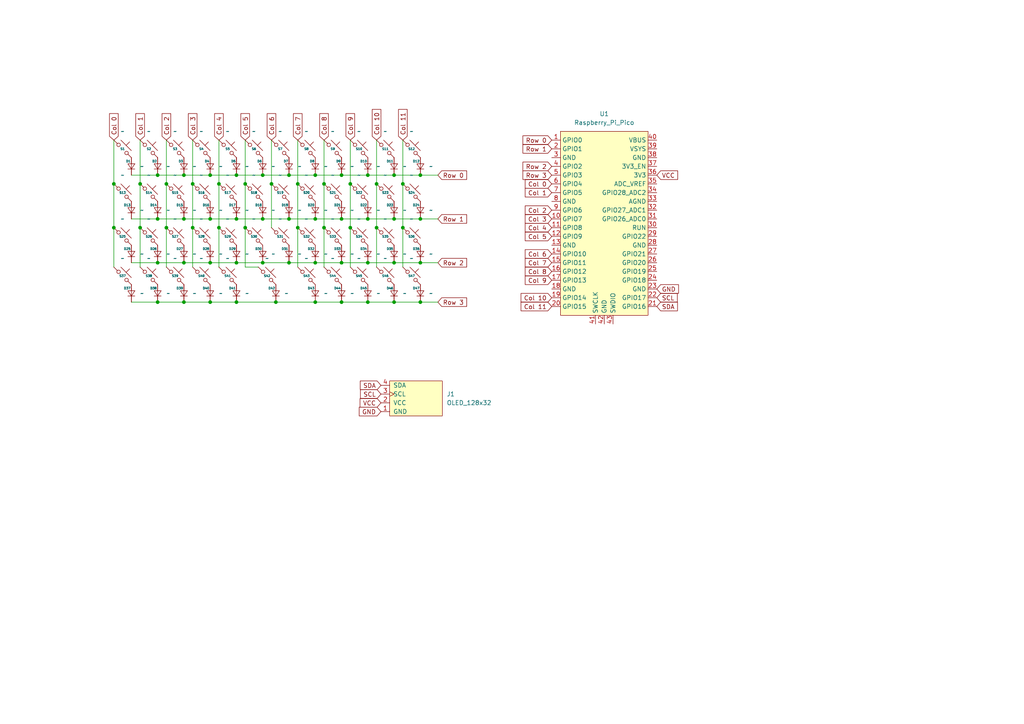
<source format=kicad_sch>
(kicad_sch (version 20250114) (generator "eeschema") (generator_version "9.0")
  (paper "A4")
  (lib_symbols
    (symbol "ScottoKeebs:MCU_Raspberry_Pi_Pico"
      (property "Reference" "U" (at 0 0 0))
      (property "Value" "Raspberry_Pi_Pico" (at 0 27.94 0))
      (symbol "MCU_Raspberry_Pi_Pico_0_1"
        (rectangle (start -12.7 26.67) (end 12.7 -26.67) (fill (type background)))
      )
      (symbol "MCU_Raspberry_Pi_Pico_1_1"
        (pin bidirectional line (at -15.24 24.13 0) (length 2.54) (name "GPIO0") (number "1"))
        (pin bidirectional line (at -15.24 21.59 0) (length 2.54) (name "GPIO1") (number "2"))
        (pin power_in line (at -15.24 19.05 0) (length 2.54) (name "GND") (number "3"))
        (pin bidirectional line (at -15.24 16.51 0) (length 2.54) (name "GPIO2") (number "4"))
        (pin bidirectional line (at -15.24 13.97 0) (length 2.54) (name "GPIO3") (number "5"))
        (pin bidirectional line (at -15.24 11.43 0) (length 2.54) (name "GPIO4") (number "6"))
        (pin bidirectional line (at -15.24 8.89 0) (length 2.54) (name "GPIO5") (number "7"))
        (pin power_in line (at -15.24 6.35 0) (length 2.54) (name "GND") (number "8"))
        (pin bidirectional line (at -15.24 3.81 0) (length 2.54) (name "GPIO6") (number "9"))
        (pin bidirectional line (at -15.24 1.27 0) (length 2.54) (name "GPIO7") (number "10"))
        (pin bidirectional line (at -15.24 -1.27 0) (length 2.54) (name "GPIO8") (number "11"))
        (pin bidirectional line (at -15.24 -3.81 0) (length 2.54) (name "GPIO9") (number "12"))
        (pin power_in line (at -15.24 -6.35 0) (length 2.54) (name "GND") (number "13"))
        (pin bidirectional line (at -15.24 -8.89 0) (length 2.54) (name "GPIO10") (number "14"))
        (pin bidirectional line (at -15.24 -11.43 0) (length 2.54) (name "GPIO11") (number "15"))
        (pin bidirectional line (at -15.24 -13.97 0) (length 2.54) (name "GPIO12") (number "16"))
        (pin bidirectional line (at -15.24 -16.51 0) (length 2.54) (name "GPIO13") (number "17"))
        (pin power_in line (at -15.24 -19.05 0) (length 2.54) (name "GND") (number "18"))
        (pin bidirectional line (at -15.24 -21.59 0) (length 2.54) (name "GPIO14") (number "19"))
        (pin bidirectional line (at -15.24 -24.13 0) (length 2.54) (name "GPIO15") (number "20"))
        (pin input line (at -2.54 -29.21 90) (length 2.54) (name "SWCLK") (number "41"))
        (pin power_in line (at 0 -29.21 90) (length 2.54) (name "GND") (number "42"))
        (pin bidirectional line (at 2.54 -29.21 90) (length 2.54) (name "SWDIO") (number "43"))
        (pin power_in line (at 15.24 24.13 180) (length 2.54) (name "VBUS") (number "40"))
        (pin power_in line (at 15.24 21.59 180) (length 2.54) (name "VSYS") (number "39"))
        (pin bidirectional line (at 15.24 19.05 180) (length 2.54) (name "GND") (number "38"))
        (pin input line (at 15.24 16.51 180) (length 2.54) (name "3V3_EN") (number "37"))
        (pin power_in line (at 15.24 13.97 180) (length 2.54) (name "3V3") (number "36"))
        (pin power_in line (at 15.24 11.43 180) (length 2.54) (name "ADC_VREF") (number "35"))
        (pin bidirectional line (at 15.24 8.89 180) (length 2.54) (name "GPIO28_ADC2") (number "34"))
        (pin power_in line (at 15.24 6.35 180) (length 2.54) (name "AGND") (number "33"))
        (pin bidirectional line (at 15.24 3.81 180) (length 2.54) (name "GPIO27_ADC1") (number "32"))
        (pin bidirectional line (at 15.24 1.27 180) (length 2.54) (name "GPIO26_ADC0") (number "31"))
        (pin input line (at 15.24 -1.27 180) (length 2.54) (name "RUN") (number "30"))
        (pin bidirectional line (at 15.24 -3.81 180) (length 2.54) (name "GPIO22") (number "29"))
        (pin power_in line (at 15.24 -6.35 180) (length 2.54) (name "GND") (number "28"))
        (pin bidirectional line (at 15.24 -8.89 180) (length 2.54) (name "GPIO21") (number "27"))
        (pin bidirectional line (at 15.24 -11.43 180) (length 2.54) (name "GPIO20") (number "26"))
        (pin bidirectional line (at 15.24 -13.97 180) (length 2.54) (name "GPIO19") (number "25"))
        (pin bidirectional line (at 15.24 -16.51 180) (length 2.54) (name "GPIO18") (number "24"))
        (pin power_in line (at 15.24 -19.05 180) (length 2.54) (name "GND") (number "23"))
        (pin bidirectional line (at 15.24 -21.59 180) (length 2.54) (name "GPIO17") (number "22"))
        (pin bidirectional line (at 15.24 -24.13 180) (length 2.54) (name "GPIO16") (number "21"))
      )
    )
    (symbol "ScottoKeebs:OLED_128x32" (pin_names (offset 1.016))
      (property "Reference" "J" (at 0 -6.35 0))
      (property "Value" "OLED_128x32" (at 0 6.35 0))
      (symbol "OLED_128x32_0_1"
        (rectangle (start 0 5.08) (end 15.24 -5.08) (fill (type background)))
      )
      (symbol "OLED_128x32_1_1"
        (pin bidirectional line (at -2.54 3.81 0) (length 2.54) (name "SDA") (number "4"))
        (pin input clock (at -2.54 1.27 0) (length 2.54) (name "SCL") (number "3"))
        (pin power_in line (at -2.54 -1.27 0) (length 2.54) (name "VCC") (number "2"))
        (pin power_in line (at -2.54 -3.81 0) (length 2.54) (name "GND") (number "1"))
      )
    )
    (symbol "ScottoKeebs:Placeholder_Diode" (pin_numbers (hide yes)) (pin_names (hide yes))
      (property "Reference" "D" (at -0.15 1.066 0))
      (symbol "Placeholder_Diode_0_1"
        (polyline (pts (xy 0 -0.762) (xy 0 0.762)))
      )
      (symbol "Placeholder_Diode_1_1"
        (polyline (pts (xy 1.016 0.762) (xy 0 -0.762) (xy -1.016 0.762) (xy 1.016 0.762)) (stroke (width 0.1524)))
        (polyline (pts (xy 1.016 -0.762) (xy -1.016 -0.762)) (stroke (width 0.1524)))
        (pin passive line (at 0 2.54 270) (length 1.778) (name "A") (number "2"))
        (pin passive line (at 0 -2.54 90) (length 1.778) (name "K") (number "1"))
      )
    )
    (symbol "ScottoKeebs:Placeholder_Keyswitch" (pin_numbers (hide yes)) (pin_names (offset 1.016) (hide yes))
      (property "Reference" "S" (at 0 0 0))
      (symbol "Placeholder_Keyswitch_0_1"
        (polyline (pts (xy -2.54 2.54) (xy -1.524 1.524) (xy -1.524 1.524)))
        (circle (center -1.1684 1.1684) (radius 0.508))
        (polyline (pts (xy -0.508 2.54) (xy 2.54 -0.508)))
        (polyline (pts (xy 1.016 1.016) (xy 2.032 2.032)))
        (circle (center 1.143 -1.1938) (radius 0.508))
        (polyline (pts (xy 1.524 -1.524) (xy 2.54 -2.54) (xy 2.54 -2.54) (xy 2.54 -2.54)))
        (pin passive line (at -2.54 2.54 0) (length 0) (name "1") (number "1"))
        (pin passive line (at 2.54 -2.54 180) (length 0) (name "2") (number "2"))
      )
    )
  )
  (junction (at 114.3 50.8))
  (junction (at 48.26 53.34))
  (junction (at 63.5 53.34))
  (junction (at 114.3 63.5))
  (junction (at 45.72 87.63))
  (junction (at 106.68 50.8))
  (junction (at 78.74 53.34))
  (junction (at 68.58 50.8))
  (junction (at 45.72 63.5))
  (junction (at 114.3 87.63))
  (junction (at 53.34 87.63))
  (junction (at 121.92 50.8))
  (junction (at 53.34 76.2))
  (junction (at 53.34 63.5))
  (junction (at 99.06 50.8))
  (junction (at 93.98 66.04))
  (junction (at 48.26 66.04))
  (junction (at 55.88 66.04))
  (junction (at 121.92 87.63))
  (junction (at 109.22 66.04))
  (junction (at 91.44 87.63))
  (junction (at 101.6 66.04))
  (junction (at 106.68 87.63))
  (junction (at 101.6 53.34))
  (junction (at 53.34 50.8))
  (junction (at 40.64 53.34))
  (junction (at 91.44 63.5))
  (junction (at 106.68 63.5))
  (junction (at 33.02 66.04))
  (junction (at 76.2 76.2))
  (junction (at 63.5 66.04))
  (junction (at 91.44 50.8))
  (junction (at 83.82 50.8))
  (junction (at 99.06 87.63))
  (junction (at 71.12 53.34))
  (junction (at 93.98 53.34))
  (junction (at 68.58 63.5))
  (junction (at 80.01 87.63))
  (junction (at 76.2 50.8))
  (junction (at 109.22 53.34))
  (junction (at 121.92 63.5))
  (junction (at 40.64 66.04))
  (junction (at 83.82 63.5))
  (junction (at 86.36 53.34))
  (junction (at 106.68 76.2))
  (junction (at 76.2 63.5))
  (junction (at 71.12 66.04))
  (junction (at 45.72 50.8))
  (junction (at 68.58 87.63))
  (junction (at 45.72 76.2))
  (junction (at 86.36 66.04))
  (junction (at 60.96 63.5))
  (junction (at 99.06 63.5))
  (junction (at 55.88 53.34))
  (junction (at 60.96 87.63))
  (junction (at 83.82 76.2))
  (junction (at 60.96 76.2))
  (junction (at 33.02 53.34))
  (junction (at 114.3 76.2))
  (junction (at 91.44 76.2))
  (junction (at 60.96 50.8))
  (junction (at 116.84 66.04))
  (junction (at 68.58 76.2))
  (junction (at 116.84 53.34))
  (junction (at 121.92 76.2))
  (junction (at 99.06 76.2))
  (wire (pts (xy 78.74 53.34) (xy 78.74 66.04)))
  (wire (pts (xy 99.06 76.2) (xy 106.68 76.2)))
  (wire (pts (xy 114.3 87.63) (xy 121.92 87.63)))
  (wire (pts (xy 86.36 53.34) (xy 86.36 66.04)))
  (wire (pts (xy 106.68 63.5) (xy 114.3 63.5)))
  (wire (pts (xy 86.36 40.64) (xy 86.36 53.34)))
  (wire (pts (xy 53.34 50.8) (xy 60.96 50.8)))
  (wire (pts (xy 93.98 66.04) (xy 93.98 77.47)))
  (wire (pts (xy 93.98 53.34) (xy 93.98 66.04)))
  (wire (pts (xy 53.34 87.63) (xy 60.96 87.63)))
  (wire (pts (xy 127 63.5) (xy 121.92 63.5)))
  (wire (pts (xy 71.12 53.34) (xy 71.12 66.04)))
  (wire (pts (xy 86.36 66.04) (xy 86.36 77.47)))
  (wire (pts (xy 106.68 76.2) (xy 114.3 76.2)))
  (wire (pts (xy 55.88 53.34) (xy 55.88 66.04)))
  (wire (pts (xy 63.5 66.04) (xy 63.5 77.47)))
  (wire (pts (xy 127 87.63) (xy 121.92 87.63)))
  (wire (pts (xy 76.2 63.5) (xy 83.82 63.5)))
  (wire (pts (xy 45.72 76.2) (xy 53.34 76.2)))
  (wire (pts (xy 71.12 40.64) (xy 71.12 53.34)))
  (wire (pts (xy 40.64 66.04) (xy 40.64 77.47)))
  (wire (pts (xy 48.26 53.34) (xy 48.26 66.04)))
  (wire (pts (xy 80.01 87.63) (xy 91.44 87.63)))
  (wire (pts (xy 91.44 63.5) (xy 99.06 63.5)))
  (wire (pts (xy 45.72 50.8) (xy 53.34 50.8)))
  (wire (pts (xy 109.22 66.04) (xy 109.22 77.47)))
  (wire (pts (xy 116.84 66.04) (xy 116.84 77.47)))
  (wire (pts (xy 68.58 63.5) (xy 76.2 63.5)))
  (wire (pts (xy 55.88 66.04) (xy 55.88 77.47)))
  (wire (pts (xy 53.34 76.2) (xy 60.96 76.2)))
  (wire (pts (xy 91.44 87.63) (xy 99.06 87.63)))
  (wire (pts (xy 106.68 87.63) (xy 114.3 87.63)))
  (wire (pts (xy 60.96 63.5) (xy 68.58 63.5)))
  (wire (pts (xy 33.02 40.64) (xy 33.02 53.34)))
  (wire (pts (xy 33.02 66.04) (xy 33.02 77.47)))
  (wire (pts (xy 78.74 40.64) (xy 78.74 53.34)))
  (wire (pts (xy 114.3 50.8) (xy 121.92 50.8)))
  (wire (pts (xy 116.84 53.34) (xy 116.84 66.04)))
  (wire (pts (xy 99.06 63.5) (xy 106.68 63.5)))
  (wire (pts (xy 48.26 66.04) (xy 48.26 77.47)))
  (wire (pts (xy 101.6 40.64) (xy 101.6 53.34)))
  (wire (pts (xy 40.64 40.64) (xy 40.64 53.34)))
  (wire (pts (xy 40.64 53.34) (xy 40.64 66.04)))
  (wire (pts (xy 116.84 40.64) (xy 116.84 53.34)))
  (wire (pts (xy 121.92 76.2) (xy 127 76.2)))
  (wire (pts (xy 38.1 87.63) (xy 45.72 87.63)))
  (wire (pts (xy 55.88 40.64) (xy 55.88 53.34)))
  (wire (pts (xy 38.1 63.5) (xy 45.72 63.5)))
  (wire (pts (xy 68.58 50.8) (xy 76.2 50.8)))
  (wire (pts (xy 91.44 76.2) (xy 99.06 76.2)))
  (wire (pts (xy 63.5 53.34) (xy 63.5 66.04)))
  (wire (pts (xy 83.82 63.5) (xy 91.44 63.5)))
  (wire (pts (xy 83.82 76.2) (xy 91.44 76.2)))
  (wire (pts (xy 60.96 50.8) (xy 68.58 50.8)))
  (wire (pts (xy 68.58 76.2) (xy 76.2 76.2)))
  (wire (pts (xy 45.72 87.63) (xy 53.34 87.63)))
  (wire (pts (xy 114.3 63.5) (xy 121.92 63.5)))
  (wire (pts (xy 38.1 76.2) (xy 45.72 76.2)))
  (wire (pts (xy 71.12 66.04) (xy 71.12 77.47)))
  (wire (pts (xy 91.44 50.8) (xy 99.06 50.8)))
  (wire (pts (xy 45.72 63.5) (xy 53.34 63.5)))
  (wire (pts (xy 68.58 87.63) (xy 80.01 87.63)))
  (wire (pts (xy 71.12 77.47) (xy 74.93 77.47)))
  (wire (pts (xy 114.3 76.2) (xy 121.92 76.2)))
  (wire (pts (xy 60.96 87.63) (xy 68.58 87.63)))
  (wire (pts (xy 76.2 50.8) (xy 83.82 50.8)))
  (wire (pts (xy 109.22 40.64) (xy 109.22 53.34)))
  (wire (pts (xy 38.1 50.8) (xy 45.72 50.8)))
  (wire (pts (xy 63.5 40.64) (xy 63.5 53.34)))
  (wire (pts (xy 83.82 50.8) (xy 91.44 50.8)))
  (wire (pts (xy 93.98 40.64) (xy 93.98 53.34)))
  (wire (pts (xy 99.06 50.8) (xy 106.68 50.8)))
  (wire (pts (xy 53.34 63.5) (xy 60.96 63.5)))
  (wire (pts (xy 60.96 76.2) (xy 68.58 76.2)))
  (wire (pts (xy 101.6 66.04) (xy 101.6 77.47)))
  (wire (pts (xy 48.26 40.64) (xy 48.26 53.34)))
  (wire (pts (xy 101.6 53.34) (xy 101.6 66.04)))
  (wire (pts (xy 76.2 76.2) (xy 83.82 76.2)))
  (wire (pts (xy 33.02 53.34) (xy 33.02 66.04)))
  (wire (pts (xy 99.06 87.63) (xy 106.68 87.63)))
  (wire (pts (xy 106.68 50.8) (xy 114.3 50.8)))
  (wire (pts (xy 121.92 50.8) (xy 127 50.8)))
  (wire (pts (xy 109.22 53.34) (xy 109.22 66.04)))
  (global_label "Row 2" (shape input) (at 160.02 48.26 180) (property "Intersheetrefs" "${INTERSHEET_REFS}" (effects (hide yes))))
  (global_label "Col 8" (shape input) (at 93.98 40.64 90) (property "Intersheetrefs" "${INTERSHEET_REFS}" (effects (hide yes))))
  (global_label "Row 2" (shape input) (at 127 76.2 0) (property "Intersheetrefs" "${INTERSHEET_REFS}" (effects (hide yes))))
  (global_label "Col 0" (shape input) (at 160.02 53.34 180) (property "Intersheetrefs" "${INTERSHEET_REFS}" (effects (hide yes))))
  (global_label "Col 4" (shape input) (at 160.02 66.04 180) (property "Intersheetrefs" "${INTERSHEET_REFS}" (effects (hide yes))))
  (global_label "Col 9" (shape input) (at 160.02 81.28 180) (property "Intersheetrefs" "${INTERSHEET_REFS}" (effects (hide yes))))
  (global_label "SDA" (shape input) (at 110.49 111.76 180) (property "Intersheetrefs" "${INTERSHEET_REFS}" (effects (hide yes))))
  (global_label "SCL" (shape input) (at 110.49 114.3 180) (property "Intersheetrefs" "${INTERSHEET_REFS}" (effects (hide yes))))
  (global_label "Col 3" (shape input) (at 55.88 40.64 90) (property "Intersheetrefs" "${INTERSHEET_REFS}" (effects (hide yes))))
  (global_label "Col 8" (shape input) (at 160.02 78.74 180) (property "Intersheetrefs" "${INTERSHEET_REFS}" (effects (hide yes))))
  (global_label "Row 3" (shape input) (at 160.02 50.8 180) (property "Intersheetrefs" "${INTERSHEET_REFS}" (effects (hide yes))))
  (global_label "Row 0" (shape input) (at 127 50.8 0) (property "Intersheetrefs" "${INTERSHEET_REFS}" (effects (hide yes))))
  (global_label "Col 2" (shape input) (at 48.26 40.64 90) (property "Intersheetrefs" "${INTERSHEET_REFS}" (effects (hide yes))))
  (global_label "Col 10" (shape input) (at 109.22 40.64 90) (property "Intersheetrefs" "${INTERSHEET_REFS}" (effects (hide yes))))
  (global_label "VCC" (shape input) (at 110.49 116.84 180) (property "Intersheetrefs" "${INTERSHEET_REFS}" (effects (hide yes))))
  (global_label "Row 3" (shape input) (at 127 87.63 0) (property "Intersheetrefs" "${INTERSHEET_REFS}" (effects (hide yes))))
  (global_label "Row 1" (shape input) (at 127 63.5 0) (property "Intersheetrefs" "${INTERSHEET_REFS}" (effects (hide yes))))
  (global_label "SCL" (shape input) (at 190.5 86.36 0) (property "Intersheetrefs" "${INTERSHEET_REFS}" (effects (hide yes))))
  (global_label "Col 10" (shape input) (at 160.02 86.36 180) (property "Intersheetrefs" "${INTERSHEET_REFS}" (effects (hide yes))))
  (global_label "Col 2" (shape input) (at 160.02 60.96 180) (property "Intersheetrefs" "${INTERSHEET_REFS}" (effects (hide yes))))
  (global_label "GND" (shape input) (at 190.5 83.82 0) (property "Intersheetrefs" "${INTERSHEET_REFS}" (effects (hide yes))))
  (global_label "GND" (shape input) (at 110.49 119.38 180) (property "Intersheetrefs" "${INTERSHEET_REFS}" (effects (hide yes))))
  (global_label "Col 6" (shape input) (at 160.02 73.66 180) (property "Intersheetrefs" "${INTERSHEET_REFS}" (effects (hide yes))))
  (global_label "SDA" (shape input) (at 190.5 88.9 0) (property "Intersheetrefs" "${INTERSHEET_REFS}" (effects (hide yes))))
  (global_label "Col 9" (shape input) (at 101.6 40.64 90) (property "Intersheetrefs" "${INTERSHEET_REFS}" (effects (hide yes))))
  (global_label "Col 5" (shape input) (at 160.02 68.58 180) (property "Intersheetrefs" "${INTERSHEET_REFS}" (effects (hide yes))))
  (global_label "Col 11" (shape input) (at 116.84 40.64 90) (property "Intersheetrefs" "${INTERSHEET_REFS}" (effects (hide yes))))
  (global_label "Col 1" (shape input) (at 40.64 40.64 90) (property "Intersheetrefs" "${INTERSHEET_REFS}" (effects (hide yes))))
  (global_label "Col 7" (shape input) (at 86.36 40.64 90) (property "Intersheetrefs" "${INTERSHEET_REFS}" (effects (hide yes))))
  (global_label "Col 0" (shape input) (at 33.02 40.64 90) (property "Intersheetrefs" "${INTERSHEET_REFS}" (effects (hide yes))))
  (global_label "Row 1" (shape input) (at 160.02 43.18 180) (property "Intersheetrefs" "${INTERSHEET_REFS}" (effects (hide yes))))
  (global_label "Col 4" (shape input) (at 63.5 40.64 90) (property "Intersheetrefs" "${INTERSHEET_REFS}" (effects (hide yes))))
  (global_label "Row 0" (shape input) (at 160.02 40.64 180) (property "Intersheetrefs" "${INTERSHEET_REFS}" (effects (hide yes))))
  (global_label "Col 1" (shape input) (at 160.02 55.88 180) (property "Intersheetrefs" "${INTERSHEET_REFS}" (effects (hide yes))))
  (global_label "Col 11" (shape input) (at 160.02 88.9 180) (property "Intersheetrefs" "${INTERSHEET_REFS}" (effects (hide yes))))
  (global_label "Col 3" (shape input) (at 160.02 63.5 180) (property "Intersheetrefs" "${INTERSHEET_REFS}" (effects (hide yes))))
  (global_label "VCC" (shape input) (at 190.5 50.8 0) (property "Intersheetrefs" "${INTERSHEET_REFS}" (effects (hide yes))))
  (global_label "Col 6" (shape input) (at 78.74 40.64 90) (property "Intersheetrefs" "${INTERSHEET_REFS}" (effects (hide yes))))
  (global_label "Col 7" (shape input) (at 160.02 76.2 180) (property "Intersheetrefs" "${INTERSHEET_REFS}" (effects (hide yes))))
  (global_label "Col 5" (shape input) (at 71.12 40.64 90) (property "Intersheetrefs" "${INTERSHEET_REFS}" (effects (hide yes))))
  (symbol (lib_id "ScottoKeebs:Placeholder_Keyswitch") (at 35.56 55.88 0) (unit 1)
    (property "Reference" "S13" (at 35.56 55.88 0) (effects (font (size 0.635 0.635) (thickness 0.127) (bold yes))))
    (property "Value" "~" (at 35.56 50.8 0))
    (property "Footprint" "ScottoKeebs_MX:MX_PCB_1.00u" (effects (hide yes)))
  )
  (symbol (lib_id "ScottoKeebs:Placeholder_Diode") (at 83.82 73.66 0) (unit 1)
    (property "Reference" "D31" (at 83.67 72.594 0) (effects (font (size 0.635 0.635) (thickness 0.127) (bold yes)) (justify right bottom)))
    (property "Value" "~" (at 86.36 73.6599 0) (effects (justify left)))
    (property "Footprint" "ScottoKeebs_Components:Diode_SOD-123" (effects (hide yes)))
    (property "LCSC" "C2128" (effects (hide yes)))
  )
  (symbol (lib_id "ScottoKeebs:Placeholder_Keyswitch") (at 58.42 80.01 0) (unit 1)
    (property "Reference" "S40" (at 58.42 80.01 0) (effects (font (size 0.635 0.635) (thickness 0.127) (bold yes))))
    (property "Value" "~" (at 58.42 74.93 0))
    (property "Footprint" "ScottoKeebs_MX:MX_PCB_1.00u" (effects (hide yes)))
  )
  (symbol (lib_id "ScottoKeebs:Placeholder_Keyswitch") (at 104.14 68.58 0) (unit 1)
    (property "Reference" "S34" (at 104.14 68.58 0) (effects (font (size 0.635 0.635) (thickness 0.127) (bold yes))))
    (property "Value" "~" (at 104.14 63.5 0))
    (property "Footprint" "ScottoKeebs_MX:MX_PCB_1.00u" (effects (hide yes)))
  )
  (symbol (lib_id "ScottoKeebs:Placeholder_Keyswitch") (at 43.18 55.88 0) (unit 1)
    (property "Reference" "S14" (at 43.18 55.88 0) (effects (font (size 0.635 0.635) (thickness 0.127) (bold yes))))
    (property "Value" "~" (at 43.18 50.8 0))
    (property "Footprint" "ScottoKeebs_MX:MX_PCB_1.00u" (effects (hide yes)))
  )
  (symbol (lib_id "ScottoKeebs:Placeholder_Keyswitch") (at 96.52 55.88 0) (unit 1)
    (property "Reference" "S21" (at 96.52 55.88 0) (effects (font (size 0.635 0.635) (thickness 0.127) (bold yes))))
    (property "Value" "~" (at 96.52 50.8 0))
    (property "Footprint" "ScottoKeebs_MX:MX_PCB_1.00u" (effects (hide yes)))
  )
  (symbol (lib_id "ScottoKeebs:Placeholder_Diode") (at 60.96 60.96 0) (unit 1)
    (property "Reference" "D16" (at 60.81 59.894 0) (effects (font (size 0.635 0.635) (thickness 0.127) (bold yes)) (justify right bottom)))
    (property "Value" "~" (at 63.5 60.9599 0) (effects (justify left)))
    (property "Footprint" "ScottoKeebs_Components:Diode_SOD-123" (effects (hide yes)))
    (property "LCSC" "C2128" (effects (hide yes)))
  )
  (symbol (lib_id "ScottoKeebs:Placeholder_Diode") (at 68.58 60.96 0) (unit 1)
    (property "Reference" "D17" (at 68.43 59.894 0) (effects (font (size 0.635 0.635) (thickness 0.127) (bold yes)) (justify right bottom)))
    (property "Value" "~" (at 71.12 60.9599 0) (effects (justify left)))
    (property "Footprint" "ScottoKeebs_Components:Diode_SOD-123" (effects (hide yes)))
    (property "LCSC" "C2128" (effects (hide yes)))
  )
  (symbol (lib_id "ScottoKeebs:Placeholder_Diode") (at 121.92 60.96 0) (unit 1)
    (property "Reference" "D24" (at 121.77 59.894 0) (effects (font (size 0.635 0.635) (thickness 0.127) (bold yes)) (justify right bottom)))
    (property "Value" "~" (at 124.46 60.9599 0) (effects (justify left)))
    (property "Footprint" "ScottoKeebs_Components:Diode_SOD-123" (effects (hide yes)))
    (property "LCSC" "C2128" (effects (hide yes)))
  )
  (symbol (lib_id "ScottoKeebs:Placeholder_Keyswitch") (at 66.04 68.58 0) (unit 1)
    (property "Reference" "S29" (at 66.04 68.58 0) (effects (font (size 0.635 0.635) (thickness 0.127) (bold yes))))
    (property "Value" "~" (at 66.04 63.5 0))
    (property "Footprint" "ScottoKeebs_MX:MX_PCB_1.00u" (effects (hide yes)))
  )
  (symbol (lib_id "ScottoKeebs:Placeholder_Diode") (at 83.82 48.26 0) (unit 1)
    (property "Reference" "D7" (at 83.67 47.194 0) (effects (font (size 0.635 0.635) (thickness 0.127) (bold yes)) (justify right bottom)))
    (property "Value" "~" (at 86.36 48.2599 0) (effects (justify left)))
    (property "Footprint" "ScottoKeebs_Components:Diode_SOD-123" (effects (hide yes)))
    (property "LCSC" "C2128" (effects (hide yes)))
  )
  (symbol (lib_id "ScottoKeebs:Placeholder_Keyswitch") (at 73.66 68.58 0) (unit 1)
    (property "Reference" "S30" (at 73.66 68.58 0) (effects (font (size 0.635 0.635) (thickness 0.127) (bold yes))))
    (property "Value" "~" (at 73.66 63.5 0))
    (property "Footprint" "ScottoKeebs_MX:MX_PCB_1.00u" (effects (hide yes)))
  )
  (symbol (lib_id "ScottoKeebs:Placeholder_Diode") (at 38.1 60.96 0) (unit 1)
    (property "Reference" "D13" (at 37.95 59.894 0) (effects (font (size 0.635 0.635) (thickness 0.127) (bold yes)) (justify right bottom)))
    (property "Value" "~" (at 40.64 60.9599 0) (effects (justify left)))
    (property "Footprint" "ScottoKeebs_Components:Diode_SOD-123" (effects (hide yes)))
    (property "LCSC" "C2128" (effects (hide yes)))
  )
  (symbol (lib_id "ScottoKeebs:Placeholder_Keyswitch") (at 104.14 43.18 0) (unit 1)
    (property "Reference" "S10" (at 104.14 43.18 0) (effects (font (size 0.635 0.635) (thickness 0.127) (bold yes))))
    (property "Value" "~" (at 104.14 38.1 0))
    (property "Footprint" "ScottoKeebs_MX:MX_PCB_1.00u" (effects (hide yes)))
  )
  (symbol (lib_id "ScottoKeebs:Placeholder_Diode") (at 114.3 60.96 0) (unit 1)
    (property "Reference" "D23" (at 114.15 59.894 0) (effects (font (size 0.635 0.635) (thickness 0.127) (bold yes)) (justify right bottom)))
    (property "Value" "~" (at 116.84 60.9599 0) (effects (justify left)))
    (property "Footprint" "ScottoKeebs_Components:Diode_SOD-123" (effects (hide yes)))
    (property "LCSC" "C2128" (effects (hide yes)))
  )
  (symbol (lib_id "ScottoKeebs:Placeholder_Diode") (at 99.06 48.26 0) (unit 1)
    (property "Reference" "D9" (at 98.91 47.194 0) (effects (font (size 0.635 0.635) (thickness 0.127) (bold yes)) (justify right bottom)))
    (property "Value" "~" (at 101.6 48.2599 0) (effects (justify left)))
    (property "Footprint" "ScottoKeebs_Components:Diode_SOD-123" (effects (hide yes)))
    (property "LCSC" "C2128" (effects (hide yes)))
  )
  (symbol (lib_id "ScottoKeebs:Placeholder_Diode") (at 76.2 48.26 0) (unit 1)
    (property "Reference" "D6" (at 76.05 47.194 0) (effects (font (size 0.635 0.635) (thickness 0.127) (bold yes)) (justify right bottom)))
    (property "Value" "~" (at 78.74 48.2599 0) (effects (justify left)))
    (property "Footprint" "ScottoKeebs_Components:Diode_SOD-123" (effects (hide yes)))
    (property "LCSC" "C2128" (effects (hide yes)))
  )
  (symbol (lib_id "ScottoKeebs:Placeholder_Diode") (at 106.68 73.66 0) (unit 1)
    (property "Reference" "D34" (at 106.53 72.594 0) (effects (font (size 0.635 0.635) (thickness 0.127) (bold yes)) (justify right bottom)))
    (property "Value" "~" (at 109.22 73.6599 0) (effects (justify left)))
    (property "Footprint" "ScottoKeebs_Components:Diode_SOD-123" (effects (hide yes)))
    (property "LCSC" "C2128" (effects (hide yes)))
  )
  (symbol (lib_id "ScottoKeebs:Placeholder_Keyswitch") (at 88.9 68.58 0) (unit 1)
    (property "Reference" "S32" (at 88.9 68.58 0) (effects (font (size 0.635 0.635) (thickness 0.127) (bold yes))))
    (property "Value" "~" (at 88.9 63.5 0))
    (property "Footprint" "ScottoKeebs_MX:MX_PCB_1.00u" (effects (hide yes)))
  )
  (symbol (lib_id "ScottoKeebs:Placeholder_Diode") (at 76.2 60.96 0) (unit 1)
    (property "Reference" "D18" (at 76.05 59.894 0) (effects (font (size 0.635 0.635) (thickness 0.127) (bold yes)) (justify right bottom)))
    (property "Value" "~" (at 78.74 60.9599 0) (effects (justify left)))
    (property "Footprint" "ScottoKeebs_Components:Diode_SOD-123" (effects (hide yes)))
    (property "LCSC" "C2128" (effects (hide yes)))
  )
  (symbol (lib_id "ScottoKeebs:Placeholder_Keyswitch") (at 119.38 80.01 0) (unit 1)
    (property "Reference" "S47" (at 119.38 80.01 0) (effects (font (size 0.635 0.635) (thickness 0.127) (bold yes))))
    (property "Value" "~" (at 119.38 74.93 0))
    (property "Footprint" "ScottoKeebs_MX:MX_PCB_1.00u" (effects (hide yes)))
  )
  (symbol (lib_id "ScottoKeebs:Placeholder_Diode") (at 53.34 48.26 0) (unit 1)
    (property "Reference" "D3" (at 53.19 47.194 0) (effects (font (size 0.635 0.635) (thickness 0.127) (bold yes)) (justify right bottom)))
    (property "Value" "~" (at 55.88 48.2599 0) (effects (justify left)))
    (property "Footprint" "ScottoKeebs_Components:Diode_SOD-123" (effects (hide yes)))
    (property "LCSC" "C2128" (effects (hide yes)))
  )
  (symbol (lib_id "ScottoKeebs:Placeholder_Diode") (at 60.96 73.66 0) (unit 1)
    (property "Reference" "D28" (at 60.81 72.594 0) (effects (font (size 0.635 0.635) (thickness 0.127) (bold yes)) (justify right bottom)))
    (property "Value" "~" (at 63.5 73.6599 0) (effects (justify left)))
    (property "Footprint" "ScottoKeebs_Components:Diode_SOD-123" (effects (hide yes)))
    (property "LCSC" "C2128" (effects (hide yes)))
  )
  (symbol (lib_id "ScottoKeebs:Placeholder_Keyswitch") (at 81.28 55.88 0) (unit 1)
    (property "Reference" "S19" (at 81.28 55.88 0) (effects (font (size 0.635 0.635) (thickness 0.127) (bold yes))))
    (property "Value" "~" (at 81.28 50.8 0))
    (property "Footprint" "ScottoKeebs_MX:MX_PCB_1.00u" (effects (hide yes)))
  )
  (symbol (lib_id "ScottoKeebs:Placeholder_Keyswitch") (at 104.14 55.88 0) (unit 1)
    (property "Reference" "S22" (at 104.14 55.88 0) (effects (font (size 0.635 0.635) (thickness 0.127) (bold yes))))
    (property "Value" "~" (at 104.14 50.8 0))
    (property "Footprint" "ScottoKeebs_MX:MX_PCB_1.00u" (effects (hide yes)))
  )
  (symbol (lib_id "ScottoKeebs:Placeholder_Keyswitch") (at 111.76 68.58 0) (unit 1)
    (property "Reference" "S35" (at 111.76 68.58 0) (effects (font (size 0.635 0.635) (thickness 0.127) (bold yes))))
    (property "Value" "~" (at 111.76 63.5 0))
    (property "Footprint" "ScottoKeebs_MX:MX_PCB_1.00u" (effects (hide yes)))
  )
  (symbol (lib_id "ScottoKeebs:Placeholder_Diode") (at 83.82 60.96 0) (unit 1)
    (property "Reference" "D19" (at 83.67 59.894 0) (effects (font (size 0.635 0.635) (thickness 0.127) (bold yes)) (justify right bottom)))
    (property "Value" "~" (at 86.36 60.9599 0) (effects (justify left)))
    (property "Footprint" "ScottoKeebs_Components:Diode_SOD-123" (effects (hide yes)))
    (property "LCSC" "C2128" (effects (hide yes)))
  )
  (symbol (lib_id "ScottoKeebs:Placeholder_Diode") (at 99.06 85.09 0) (unit 1)
    (property "Reference" "D44" (at 98.91 84.024 0) (effects (font (size 0.635 0.635) (thickness 0.127) (bold yes)) (justify right bottom)))
    (property "Value" "~" (at 101.6 85.0899 0) (effects (justify left)))
    (property "Footprint" "ScottoKeebs_Components:Diode_SOD-123" (effects (hide yes)))
    (property "LCSC" "C2128" (effects (hide yes)))
  )
  (symbol (lib_id "ScottoKeebs:Placeholder_Diode") (at 53.34 85.09 0) (unit 1)
    (property "Reference" "D39" (at 53.19 84.024 0) (effects (font (size 0.635 0.635) (thickness 0.127) (bold yes)) (justify right bottom)))
    (property "Value" "~" (at 55.88 85.0899 0) (effects (justify left)))
    (property "Footprint" "ScottoKeebs_Components:Diode_SOD-123" (effects (hide yes)))
    (property "LCSC" "C2128" (effects (hide yes)))
  )
  (symbol (lib_id "ScottoKeebs:Placeholder_Diode") (at 38.1 48.26 0) (unit 1)
    (property "Reference" "D1" (at 37.95 47.194 0) (effects (font (size 0.635 0.635) (thickness 0.127) (bold yes)) (justify right bottom)))
    (property "Value" "~" (at 40.64 48.2599 0) (effects (justify left)))
    (property "Footprint" "ScottoKeebs_Components:Diode_SOD-123" (effects (hide yes)))
    (property "LCSC" "C2128" (effects (hide yes)))
  )
  (symbol (lib_id "ScottoKeebs:Placeholder_Diode") (at 91.44 60.96 0) (unit 1)
    (property "Reference" "D20" (at 91.29 59.894 0) (effects (font (size 0.635 0.635) (thickness 0.127) (bold yes)) (justify right bottom)))
    (property "Value" "~" (at 93.98 60.9599 0) (effects (justify left)))
    (property "Footprint" "ScottoKeebs_Components:Diode_SOD-123" (effects (hide yes)))
    (property "LCSC" "C2128" (effects (hide yes)))
  )
  (symbol (lib_id "ScottoKeebs:Placeholder_Diode") (at 60.96 85.09 0) (unit 1)
    (property "Reference" "D40" (at 60.81 84.024 0) (effects (font (size 0.635 0.635) (thickness 0.127) (bold yes)) (justify right bottom)))
    (property "Value" "~" (at 63.5 85.0899 0) (effects (justify left)))
    (property "Footprint" "ScottoKeebs_Components:Diode_SOD-123" (effects (hide yes)))
    (property "LCSC" "C2128" (effects (hide yes)))
  )
  (symbol (lib_id "ScottoKeebs:Placeholder_Keyswitch") (at 43.18 43.18 0) (unit 1)
    (property "Reference" "S2" (at 43.18 43.18 0) (effects (font (size 0.635 0.635) (thickness 0.127) (bold yes))))
    (property "Value" "~" (at 43.18 38.1 0))
    (property "Footprint" "ScottoKeebs_MX:MX_PCB_1.00u" (effects (hide yes)))
  )
  (symbol (lib_id "ScottoKeebs:Placeholder_Diode") (at 68.58 48.26 0) (unit 1)
    (property "Reference" "D5" (at 68.43 47.194 0) (effects (font (size 0.635 0.635) (thickness 0.127) (bold yes)) (justify right bottom)))
    (property "Value" "~" (at 71.12 48.2599 0) (effects (justify left)))
    (property "Footprint" "ScottoKeebs_Components:Diode_SOD-123" (effects (hide yes)))
    (property "LCSC" "C2128" (effects (hide yes)))
  )
  (symbol (lib_id "ScottoKeebs:Placeholder_Keyswitch") (at 50.8 80.01 0) (unit 1)
    (property "Reference" "S39" (at 50.8 80.01 0) (effects (font (size 0.635 0.635) (thickness 0.127) (bold yes))))
    (property "Value" "~" (at 50.8 74.93 0))
    (property "Footprint" "ScottoKeebs_MX:MX_PCB_1.00u" (effects (hide yes)))
  )
  (symbol (lib_id "ScottoKeebs:Placeholder_Diode") (at 45.72 48.26 0) (unit 1)
    (property "Reference" "D2" (at 45.57 47.194 0) (effects (font (size 0.635 0.635) (thickness 0.127) (bold yes)) (justify right bottom)))
    (property "Value" "~" (at 48.26 48.2599 0) (effects (justify left)))
    (property "Footprint" "ScottoKeebs_Components:Diode_SOD-123" (effects (hide yes)))
    (property "LCSC" "C2128" (effects (hide yes)))
  )
  (symbol (lib_id "ScottoKeebs:Placeholder_Keyswitch") (at 77.47 80.01 0) (unit 1)
    (property "Reference" "S42" (at 77.47 80.01 0) (effects (font (size 0.635 0.635) (thickness 0.127) (bold yes))))
    (property "Value" "~" (at 77.47 74.93 0))
    (property "Footprint" "ScottoKeebs_MX:MX_PCB_2.00u" (effects (hide yes)))
  )
  (symbol (lib_id "ScottoKeebs:Placeholder_Diode") (at 114.3 73.66 0) (unit 1)
    (property "Reference" "D35" (at 114.15 72.594 0) (effects (font (size 0.635 0.635) (thickness 0.127) (bold yes)) (justify right bottom)))
    (property "Value" "~" (at 116.84 73.6599 0) (effects (justify left)))
    (property "Footprint" "ScottoKeebs_Components:Diode_SOD-123" (effects (hide yes)))
    (property "LCSC" "C2128" (effects (hide yes)))
  )
  (symbol (lib_id "ScottoKeebs:Placeholder_Keyswitch") (at 119.38 55.88 0) (unit 1)
    (property "Reference" "S24" (at 119.38 55.88 0) (effects (font (size 0.635 0.635) (thickness 0.127) (bold yes))))
    (property "Value" "~" (at 119.38 50.8 0))
    (property "Footprint" "ScottoKeebs_MX:MX_PCB_1.00u" (effects (hide yes)))
  )
  (symbol (lib_id "ScottoKeebs:Placeholder_Keyswitch") (at 104.14 80.01 0) (unit 1)
    (property "Reference" "S45" (at 104.14 80.01 0) (effects (font (size 0.635 0.635) (thickness 0.127) (bold yes))))
    (property "Value" "~" (at 104.14 74.93 0))
    (property "Footprint" "ScottoKeebs_MX:MX_PCB_1.00u" (effects (hide yes)))
  )
  (symbol (lib_id "ScottoKeebs:Placeholder_Keyswitch") (at 119.38 43.18 0) (unit 1)
    (property "Reference" "S12" (at 119.38 43.18 0) (effects (font (size 0.635 0.635) (thickness 0.127) (bold yes))))
    (property "Value" "~" (at 119.38 38.1 0))
    (property "Footprint" "ScottoKeebs_MX:MX_PCB_1.00u" (effects (hide yes)))
  )
  (symbol (lib_id "ScottoKeebs:Placeholder_Keyswitch") (at 73.66 55.88 0) (unit 1)
    (property "Reference" "S18" (at 73.66 55.88 0) (effects (font (size 0.635 0.635) (thickness 0.127) (bold yes))))
    (property "Value" "~" (at 73.66 50.8 0))
    (property "Footprint" "ScottoKeebs_MX:MX_PCB_1.00u" (effects (hide yes)))
  )
  (symbol (lib_id "ScottoKeebs:Placeholder_Keyswitch") (at 96.52 68.58 0) (unit 1)
    (property "Reference" "S33" (at 96.52 68.58 0) (effects (font (size 0.635 0.635) (thickness 0.127) (bold yes))))
    (property "Value" "~" (at 96.52 63.5 0))
    (property "Footprint" "ScottoKeebs_MX:MX_PCB_1.00u" (effects (hide yes)))
  )
  (symbol (lib_id "ScottoKeebs:Placeholder_Diode") (at 99.06 73.66 0) (unit 1)
    (property "Reference" "D33" (at 98.91 72.594 0) (effects (font (size 0.635 0.635) (thickness 0.127) (bold yes)) (justify right bottom)))
    (property "Value" "~" (at 101.6 73.6599 0) (effects (justify left)))
    (property "Footprint" "ScottoKeebs_Components:Diode_SOD-123" (effects (hide yes)))
    (property "LCSC" "C2128" (effects (hide yes)))
  )
  (symbol (lib_id "ScottoKeebs:Placeholder_Keyswitch") (at 58.42 55.88 0) (unit 1)
    (property "Reference" "S16" (at 58.42 55.88 0) (effects (font (size 0.635 0.635) (thickness 0.127) (bold yes))))
    (property "Value" "~" (at 58.42 50.8 0))
    (property "Footprint" "ScottoKeebs_MX:MX_PCB_1.00u" (effects (hide yes)))
  )
  (symbol (lib_id "ScottoKeebs:Placeholder_Keyswitch") (at 88.9 80.01 0) (unit 1)
    (property "Reference" "S43" (at 88.9 80.01 0) (effects (font (size 0.635 0.635) (thickness 0.127) (bold yes))))
    (property "Value" "~" (at 88.9 74.93 0))
    (property "Footprint" "ScottoKeebs_MX:MX_PCB_1.00u" (effects (hide yes)))
  )
  (symbol (lib_id "ScottoKeebs:MCU_Raspberry_Pi_Pico") (at 175.26 64.77 0) (unit 1)
    (property "Reference" "U1" (at 175.26 33.02 0))
    (property "Value" "Raspberry_Pi_Pico" (at 175.26 35.56 0))
    (property "Footprint" "ScottoKeebs_MCU:Raspberry_Pi_Pico" (effects (hide yes)))
  )
  (symbol (lib_id "ScottoKeebs:Placeholder_Keyswitch") (at 96.52 43.18 0) (unit 1)
    (property "Reference" "S9" (at 96.52 43.18 0) (effects (font (size 0.635 0.635) (thickness 0.127) (bold yes))))
    (property "Value" "~" (at 96.52 38.1 0))
    (property "Footprint" "ScottoKeebs_MX:MX_PCB_1.00u" (effects (hide yes)))
  )
  (symbol (lib_id "ScottoKeebs:Placeholder_Keyswitch") (at 88.9 43.18 0) (unit 1)
    (property "Reference" "S8" (at 88.9 43.18 0) (effects (font (size 0.635 0.635) (thickness 0.127) (bold yes))))
    (property "Value" "~" (at 88.9 38.1 0))
    (property "Footprint" "ScottoKeebs_MX:MX_PCB_1.00u" (effects (hide yes)))
  )
  (symbol (lib_id "ScottoKeebs:Placeholder_Diode") (at 38.1 73.66 0) (unit 1)
    (property "Reference" "D25" (at 37.95 72.594 0) (effects (font (size 0.635 0.635) (thickness 0.127) (bold yes)) (justify right bottom)))
    (property "Value" "~" (at 40.64 73.6599 0) (effects (justify left)))
    (property "Footprint" "ScottoKeebs_Components:Diode_SOD-123" (effects (hide yes)))
    (property "LCSC" "C2128" (effects (hide yes)))
  )
  (symbol (lib_id "ScottoKeebs:Placeholder_Keyswitch") (at 111.76 55.88 0) (unit 1)
    (property "Reference" "S23" (at 111.76 55.88 0) (effects (font (size 0.635 0.635) (thickness 0.127) (bold yes))))
    (property "Value" "~" (at 111.76 50.8 0))
    (property "Footprint" "ScottoKeebs_MX:MX_PCB_1.00u" (effects (hide yes)))
  )
  (symbol (lib_id "ScottoKeebs:OLED_128x32") (at 113.03 115.57 0) (unit 1)
    (property "Reference" "J1" (at 129.54 114.2999 0) (effects (justify left)))
    (property "Value" "OLED_128x32" (at 129.54 116.8399 0) (effects (justify left)))
    (property "Footprint" "ScottoKeebs_Components:OLED_128x32" (effects (hide yes)))
  )
  (symbol (lib_id "ScottoKeebs:Placeholder_Diode") (at 68.58 73.66 0) (unit 1)
    (property "Reference" "D29" (at 68.43 72.594 0) (effects (font (size 0.635 0.635) (thickness 0.127) (bold yes)) (justify right bottom)))
    (property "Value" "~" (at 71.12 73.6599 0) (effects (justify left)))
    (property "Footprint" "ScottoKeebs_Components:Diode_SOD-123" (effects (hide yes)))
    (property "LCSC" "C2128" (effects (hide yes)))
  )
  (symbol (lib_id "ScottoKeebs:Placeholder_Diode") (at 68.58 85.09 0) (unit 1)
    (property "Reference" "D41" (at 68.43 84.024 0) (effects (font (size 0.635 0.635) (thickness 0.127) (bold yes)) (justify right bottom)))
    (property "Value" "~" (at 71.12 85.0899 0) (effects (justify left)))
    (property "Footprint" "ScottoKeebs_Components:Diode_SOD-123" (effects (hide yes)))
    (property "LCSC" "C2128" (effects (hide yes)))
  )
  (symbol (lib_id "ScottoKeebs:Placeholder_Keyswitch") (at 81.28 68.58 0) (unit 1)
    (property "Reference" "S31" (at 81.28 68.58 0) (effects (font (size 0.635 0.635) (thickness 0.127) (bold yes))))
    (property "Value" "~" (at 81.28 63.5 0))
    (property "Footprint" "ScottoKeebs_MX:MX_PCB_1.00u" (effects (hide yes)))
  )
  (symbol (lib_id "ScottoKeebs:Placeholder_Keyswitch") (at 96.52 80.01 0) (unit 1)
    (property "Reference" "S44" (at 96.52 80.01 0) (effects (font (size 0.635 0.635) (thickness 0.127) (bold yes))))
    (property "Value" "~" (at 96.52 74.93 0))
    (property "Footprint" "ScottoKeebs_MX:MX_PCB_1.00u" (effects (hide yes)))
  )
  (symbol (lib_id "ScottoKeebs:Placeholder_Keyswitch") (at 66.04 43.18 0) (unit 1)
    (property "Reference" "S5" (at 66.04 43.18 0) (effects (font (size 0.635 0.635) (thickness 0.127) (bold yes))))
    (property "Value" "~" (at 66.04 38.1 0))
    (property "Footprint" "ScottoKeebs_MX:MX_PCB_1.00u" (effects (hide yes)))
  )
  (symbol (lib_id "ScottoKeebs:Placeholder_Diode") (at 38.1 85.09 0) (unit 1)
    (property "Reference" "D37" (at 37.95 84.024 0) (effects (font (size 0.635 0.635) (thickness 0.127) (bold yes)) (justify right bottom)))
    (property "Value" "~" (at 40.64 85.0899 0) (effects (justify left)))
    (property "Footprint" "ScottoKeebs_Components:Diode_SOD-123" (effects (hide yes)))
    (property "LCSC" "C2128" (effects (hide yes)))
  )
  (symbol (lib_id "ScottoKeebs:Placeholder_Keyswitch") (at 43.18 68.58 0) (unit 1)
    (property "Reference" "S26" (at 43.18 68.58 0) (effects (font (size 0.635 0.635) (thickness 0.127) (bold yes))))
    (property "Value" "~" (at 43.18 63.5 0))
    (property "Footprint" "ScottoKeebs_MX:MX_PCB_1.00u" (effects (hide yes)))
  )
  (symbol (lib_id "ScottoKeebs:Placeholder_Keyswitch") (at 81.28 43.18 0) (unit 1)
    (property "Reference" "S7" (at 81.28 43.18 0) (effects (font (size 0.635 0.635) (thickness 0.127) (bold yes))))
    (property "Value" "~" (at 81.28 38.1 0))
    (property "Footprint" "ScottoKeebs_MX:MX_PCB_1.00u" (effects (hide yes)))
  )
  (symbol (lib_id "ScottoKeebs:Placeholder_Keyswitch") (at 88.9 55.88 0) (unit 1)
    (property "Reference" "S20" (at 88.9 55.88 0) (effects (font (size 0.635 0.635) (thickness 0.127) (bold yes))))
    (property "Value" "~" (at 88.9 50.8 0))
    (property "Footprint" "ScottoKeebs_MX:MX_PCB_1.00u" (effects (hide yes)))
  )
  (symbol (lib_id "ScottoKeebs:Placeholder_Diode") (at 121.92 73.66 0) (unit 1)
    (property "Reference" "D36" (at 121.77 72.594 0) (effects (font (size 0.635 0.635) (thickness 0.127) (bold yes)) (justify right bottom)))
    (property "Value" "~" (at 124.46 73.6599 0) (effects (justify left)))
    (property "Footprint" "ScottoKeebs_Components:Diode_SOD-123" (effects (hide yes)))
    (property "LCSC" "C2128" (effects (hide yes)))
  )
  (symbol (lib_id "ScottoKeebs:Placeholder_Keyswitch") (at 66.04 80.01 0) (unit 1)
    (property "Reference" "S41" (at 66.04 80.01 0) (effects (font (size 0.635 0.635) (thickness 0.127) (bold yes))))
    (property "Value" "~" (at 66.04 74.93 0))
    (property "Footprint" "ScottoKeebs_MX:MX_PCB_1.00u" (effects (hide yes)))
  )
  (symbol (lib_id "ScottoKeebs:Placeholder_Diode") (at 53.34 73.66 0) (unit 1)
    (property "Reference" "D27" (at 53.19 72.594 0) (effects (font (size 0.635 0.635) (thickness 0.127) (bold yes)) (justify right bottom)))
    (property "Value" "~" (at 55.88 73.6599 0) (effects (justify left)))
    (property "Footprint" "ScottoKeebs_Components:Diode_SOD-123" (effects (hide yes)))
    (property "LCSC" "C2128" (effects (hide yes)))
  )
  (symbol (lib_id "ScottoKeebs:Placeholder_Keyswitch") (at 111.76 43.18 0) (unit 1)
    (property "Reference" "S11" (at 111.76 43.18 0) (effects (font (size 0.635 0.635) (thickness 0.127) (bold yes))))
    (property "Value" "~" (at 111.76 38.1 0))
    (property "Footprint" "ScottoKeebs_MX:MX_PCB_1.00u" (effects (hide yes)))
  )
  (symbol (lib_id "ScottoKeebs:Placeholder_Diode") (at 45.72 85.09 0) (unit 1)
    (property "Reference" "D38" (at 45.57 84.024 0) (effects (font (size 0.635 0.635) (thickness 0.127) (bold yes)) (justify right bottom)))
    (property "Value" "~" (at 48.26 85.0899 0) (effects (justify left)))
    (property "Footprint" "ScottoKeebs_Components:Diode_SOD-123" (effects (hide yes)))
    (property "LCSC" "C2128" (effects (hide yes)))
  )
  (symbol (lib_id "ScottoKeebs:Placeholder_Keyswitch") (at 35.56 68.58 0) (unit 1)
    (property "Reference" "S25" (at 35.56 68.58 0) (effects (font (size 0.635 0.635) (thickness 0.127) (bold yes))))
    (property "Value" "~" (at 35.56 63.5 0))
    (property "Footprint" "ScottoKeebs_MX:MX_PCB_1.00u" (effects (hide yes)))
  )
  (symbol (lib_id "ScottoKeebs:Placeholder_Diode") (at 45.72 60.96 0) (unit 1)
    (property "Reference" "D14" (at 45.57 59.894 0) (effects (font (size 0.635 0.635) (thickness 0.127) (bold yes)) (justify right bottom)))
    (property "Value" "~" (at 48.26 60.9599 0) (effects (justify left)))
    (property "Footprint" "ScottoKeebs_Components:Diode_SOD-123" (effects (hide yes)))
    (property "LCSC" "C2128" (effects (hide yes)))
  )
  (symbol (lib_id "ScottoKeebs:Placeholder_Diode") (at 121.92 85.09 0) (unit 1)
    (property "Reference" "D47" (at 121.77 84.024 0) (effects (font (size 0.635 0.635) (thickness 0.127) (bold yes)) (justify right bottom)))
    (property "Value" "~" (at 124.46 85.0899 0) (effects (justify left)))
    (property "Footprint" "ScottoKeebs_Components:Diode_SOD-123" (effects (hide yes)))
    (property "LCSC" "C2128" (effects (hide yes)))
  )
  (symbol (lib_id "ScottoKeebs:Placeholder_Keyswitch") (at 58.42 43.18 0) (unit 1)
    (property "Reference" "S4" (at 58.42 43.18 0) (effects (font (size 0.635 0.635) (thickness 0.127) (bold yes))))
    (property "Value" "~" (at 58.42 38.1 0))
    (property "Footprint" "ScottoKeebs_MX:MX_PCB_1.00u" (effects (hide yes)))
  )
  (symbol (lib_id "ScottoKeebs:Placeholder_Diode") (at 80.01 85.09 0) (unit 1)
    (property "Reference" "D42" (at 79.86 84.024 0) (effects (font (size 0.635 0.635) (thickness 0.127) (bold yes)) (justify right bottom)))
    (property "Value" "~" (at 82.55 85.0899 0) (effects (justify left)))
    (property "Footprint" "ScottoKeebs_Components:Diode_SOD-123" (effects (hide yes)))
    (property "LCSC" "C2128" (effects (hide yes)))
  )
  (symbol (lib_id "ScottoKeebs:Placeholder_Keyswitch") (at 58.42 68.58 0) (unit 1)
    (property "Reference" "S28" (at 58.42 68.58 0) (effects (font (size 0.635 0.635) (thickness 0.127) (bold yes))))
    (property "Value" "~" (at 58.42 63.5 0))
    (property "Footprint" "ScottoKeebs_MX:MX_PCB_1.00u" (effects (hide yes)))
  )
  (symbol (lib_id "ScottoKeebs:Placeholder_Diode") (at 106.68 60.96 0) (unit 1)
    (property "Reference" "D22" (at 106.53 59.894 0) (effects (font (size 0.635 0.635) (thickness 0.127) (bold yes)) (justify right bottom)))
    (property "Value" "~" (at 109.22 60.9599 0) (effects (justify left)))
    (property "Footprint" "ScottoKeebs_Components:Diode_SOD-123" (effects (hide yes)))
    (property "LCSC" "C2128" (effects (hide yes)))
  )
  (symbol (lib_id "ScottoKeebs:Placeholder_Diode") (at 106.68 48.26 0) (unit 1)
    (property "Reference" "D10" (at 106.53 47.194 0) (effects (font (size 0.635 0.635) (thickness 0.127) (bold yes)) (justify right bottom)))
    (property "Value" "~" (at 109.22 48.2599 0) (effects (justify left)))
    (property "Footprint" "ScottoKeebs_Components:Diode_SOD-123" (effects (hide yes)))
    (property "LCSC" "C2128" (effects (hide yes)))
  )
  (symbol (lib_id "ScottoKeebs:Placeholder_Keyswitch") (at 43.18 80.01 0) (unit 1)
    (property "Reference" "S38" (at 43.18 80.01 0) (effects (font (size 0.635 0.635) (thickness 0.127) (bold yes))))
    (property "Value" "~" (at 43.18 74.93 0))
    (property "Footprint" "ScottoKeebs_MX:MX_PCB_1.00u" (effects (hide yes)))
  )
  (symbol (lib_id "ScottoKeebs:Placeholder_Keyswitch") (at 66.04 55.88 0) (unit 1)
    (property "Reference" "S17" (at 66.04 55.88 0) (effects (font (size 0.635 0.635) (thickness 0.127) (bold yes))))
    (property "Value" "~" (at 66.04 50.8 0))
    (property "Footprint" "ScottoKeebs_MX:MX_PCB_1.00u" (effects (hide yes)))
  )
  (symbol (lib_id "ScottoKeebs:Placeholder_Keyswitch") (at 111.76 80.01 0) (unit 1)
    (property "Reference" "S46" (at 111.76 80.01 0) (effects (font (size 0.635 0.635) (thickness 0.127) (bold yes))))
    (property "Value" "~" (at 111.76 74.93 0))
    (property "Footprint" "ScottoKeebs_MX:MX_PCB_1.00u" (effects (hide yes)))
  )
  (symbol (lib_id "ScottoKeebs:Placeholder_Keyswitch") (at 35.56 43.18 0) (unit 1)
    (property "Reference" "S1" (at 35.56 43.18 0) (effects (font (size 0.635 0.635) (thickness 0.127) (bold yes))))
    (property "Value" "~" (at 35.56 38.1 0))
    (property "Footprint" "ScottoKeebs_MX:MX_PCB_1.00u" (effects (hide yes)))
  )
  (symbol (lib_id "ScottoKeebs:Placeholder_Diode") (at 106.68 85.09 0) (unit 1)
    (property "Reference" "D45" (at 106.53 84.024 0) (effects (font (size 0.635 0.635) (thickness 0.127) (bold yes)) (justify right bottom)))
    (property "Value" "~" (at 109.22 85.0899 0) (effects (justify left)))
    (property "Footprint" "ScottoKeebs_Components:Diode_SOD-123" (effects (hide yes)))
    (property "LCSC" "C2128" (effects (hide yes)))
  )
  (symbol (lib_id "ScottoKeebs:Placeholder_Keyswitch") (at 119.38 68.58 0) (unit 1)
    (property "Reference" "S36" (at 119.38 68.58 0) (effects (font (size 0.635 0.635) (thickness 0.127) (bold yes))))
    (property "Value" "~" (at 119.38 63.5 0))
    (property "Footprint" "ScottoKeebs_MX:MX_PCB_1.00u" (effects (hide yes)))
  )
  (symbol (lib_id "ScottoKeebs:Placeholder_Diode") (at 60.96 48.26 0) (unit 1)
    (property "Reference" "D4" (at 60.81 47.194 0) (effects (font (size 0.635 0.635) (thickness 0.127) (bold yes)) (justify right bottom)))
    (property "Value" "~" (at 63.5 48.2599 0) (effects (justify left)))
    (property "Footprint" "ScottoKeebs_Components:Diode_SOD-123" (effects (hide yes)))
    (property "LCSC" "C2128" (effects (hide yes)))
  )
  (symbol (lib_id "ScottoKeebs:Placeholder_Diode") (at 91.44 73.66 0) (unit 1)
    (property "Reference" "D32" (at 91.29 72.594 0) (effects (font (size 0.635 0.635) (thickness 0.127) (bold yes)) (justify right bottom)))
    (property "Value" "~" (at 93.98 73.6599 0) (effects (justify left)))
    (property "Footprint" "ScottoKeebs_Components:Diode_SOD-123" (effects (hide yes)))
    (property "LCSC" "C2128" (effects (hide yes)))
  )
  (symbol (lib_id "ScottoKeebs:Placeholder_Keyswitch") (at 50.8 55.88 0) (unit 1)
    (property "Reference" "S15" (at 50.8 55.88 0) (effects (font (size 0.635 0.635) (thickness 0.127) (bold yes))))
    (property "Value" "~" (at 50.8 50.8 0))
    (property "Footprint" "ScottoKeebs_MX:MX_PCB_1.00u" (effects (hide yes)))
  )
  (symbol (lib_id "ScottoKeebs:Placeholder_Diode") (at 45.72 73.66 0) (unit 1)
    (property "Reference" "D26" (at 45.57 72.594 0) (effects (font (size 0.635 0.635) (thickness 0.127) (bold yes)) (justify right bottom)))
    (property "Value" "~" (at 48.26 73.6599 0) (effects (justify left)))
    (property "Footprint" "ScottoKeebs_Components:Diode_SOD-123" (effects (hide yes)))
    (property "LCSC" "C2128" (effects (hide yes)))
  )
  (symbol (lib_id "ScottoKeebs:Placeholder_Diode") (at 121.92 48.26 0) (unit 1)
    (property "Reference" "D12" (at 121.77 47.194 0) (effects (font (size 0.635 0.635) (thickness 0.127) (bold yes)) (justify right bottom)))
    (property "Value" "~" (at 124.46 48.2599 0) (effects (justify left)))
    (property "Footprint" "ScottoKeebs_Components:Diode_SOD-123" (effects (hide yes)))
    (property "LCSC" "C2128" (effects (hide yes)))
  )
  (symbol (lib_id "ScottoKeebs:Placeholder_Diode") (at 76.2 73.66 0) (unit 1)
    (property "Reference" "D30" (at 76.05 72.594 0) (effects (font (size 0.635 0.635) (thickness 0.127) (bold yes)) (justify right bottom)))
    (property "Value" "~" (at 78.74 73.6599 0) (effects (justify left)))
    (property "Footprint" "ScottoKeebs_Components:Diode_SOD-123" (effects (hide yes)))
    (property "LCSC" "C2128" (effects (hide yes)))
  )
  (symbol (lib_id "ScottoKeebs:Placeholder_Keyswitch") (at 50.8 68.58 0) (unit 1)
    (property "Reference" "S27" (at 50.8 68.58 0) (effects (font (size 0.635 0.635) (thickness 0.127) (bold yes))))
    (property "Value" "~" (at 50.8 63.5 0))
    (property "Footprint" "ScottoKeebs_MX:MX_PCB_1.00u" (effects (hide yes)))
  )
  (symbol (lib_id "ScottoKeebs:Placeholder_Diode") (at 91.44 85.09 0) (unit 1)
    (property "Reference" "D43" (at 91.29 84.024 0) (effects (font (size 0.635 0.635) (thickness 0.127) (bold yes)) (justify right bottom)))
    (property "Value" "~" (at 93.98 85.0899 0) (effects (justify left)))
    (property "Footprint" "ScottoKeebs_Components:Diode_SOD-123" (effects (hide yes)))
    (property "LCSC" "C2128" (effects (hide yes)))
  )
  (symbol (lib_id "ScottoKeebs:Placeholder_Diode") (at 91.44 48.26 0) (unit 1)
    (property "Reference" "D8" (at 91.29 47.194 0) (effects (font (size 0.635 0.635) (thickness 0.127) (bold yes)) (justify right bottom)))
    (property "Value" "~" (at 93.98 48.2599 0) (effects (justify left)))
    (property "Footprint" "ScottoKeebs_Components:Diode_SOD-123" (effects (hide yes)))
    (property "LCSC" "C2128" (effects (hide yes)))
  )
  (symbol (lib_id "ScottoKeebs:Placeholder_Diode") (at 53.34 60.96 0) (unit 1)
    (property "Reference" "D15" (at 53.19 59.894 0) (effects (font (size 0.635 0.635) (thickness 0.127) (bold yes)) (justify right bottom)))
    (property "Value" "~" (at 55.88 60.9599 0) (effects (justify left)))
    (property "Footprint" "ScottoKeebs_Components:Diode_SOD-123" (effects (hide yes)))
    (property "LCSC" "C2128" (effects (hide yes)))
  )
  (symbol (lib_id "ScottoKeebs:Placeholder_Diode") (at 114.3 48.26 0) (unit 1)
    (property "Reference" "D11" (at 114.15 47.194 0) (effects (font (size 0.635 0.635) (thickness 0.127) (bold yes)) (justify right bottom)))
    (property "Value" "~" (at 116.84 48.2599 0) (effects (justify left)))
    (property "Footprint" "ScottoKeebs_Components:Diode_SOD-123" (effects (hide yes)))
    (property "LCSC" "C2128" (effects (hide yes)))
  )
  (symbol (lib_id "ScottoKeebs:Placeholder_Keyswitch") (at 35.56 80.01 0) (unit 1)
    (property "Reference" "S37" (at 35.56 80.01 0) (effects (font (size 0.635 0.635) (thickness 0.127) (bold yes))))
    (property "Value" "~" (at 35.56 74.93 0))
    (property "Footprint" "ScottoKeebs_MX:MX_PCB_1.00u" (effects (hide yes)))
  )
  (symbol (lib_id "ScottoKeebs:Placeholder_Keyswitch") (at 50.8 43.18 0) (unit 1)
    (property "Reference" "S3" (at 50.8 43.18 0) (effects (font (size 0.635 0.635) (thickness 0.127) (bold yes))))
    (property "Value" "~" (at 50.8 38.1 0))
    (property "Footprint" "ScottoKeebs_MX:MX_PCB_1.00u" (effects (hide yes)))
  )
  (symbol (lib_id "ScottoKeebs:Placeholder_Keyswitch") (at 73.66 43.18 0) (unit 1)
    (property "Reference" "S6" (at 73.66 43.18 0) (effects (font (size 0.635 0.635) (thickness 0.127) (bold yes))))
    (property "Value" "~" (at 73.66 38.1 0))
    (property "Footprint" "ScottoKeebs_MX:MX_PCB_1.00u" (effects (hide yes)))
  )
  (symbol (lib_id "ScottoKeebs:Placeholder_Diode") (at 99.06 60.96 0) (unit 1)
    (property "Reference" "D21" (at 98.91 59.894 0) (effects (font (size 0.635 0.635) (thickness 0.127) (bold yes)) (justify right bottom)))
    (property "Value" "~" (at 101.6 60.9599 0) (effects (justify left)))
    (property "Footprint" "ScottoKeebs_Components:Diode_SOD-123" (effects (hide yes)))
    (property "LCSC" "C2128" (effects (hide yes)))
  )
  (symbol (lib_id "ScottoKeebs:Placeholder_Diode") (at 114.3 85.09 0) (unit 1)
    (property "Reference" "D46" (at 114.15 84.024 0) (effects (font (size 0.635 0.635) (thickness 0.127) (bold yes)) (justify right bottom)))
    (property "Value" "~" (at 116.84 85.0899 0) (effects (justify left)))
    (property "Footprint" "ScottoKeebs_Components:Diode_SOD-123" (effects (hide yes)))
    (property "LCSC" "C2128" (effects (hide yes)))
  )
)
</source>
